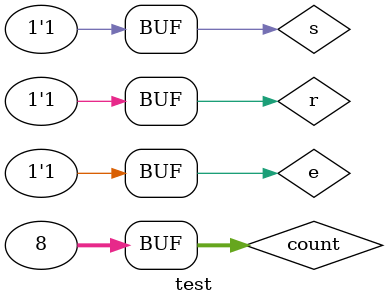
<source format=v>
module andgate(output c,input a,b);
wire k;
nand nand1(k,a,b);
nand nand2(c,k,k);
endmodule

module srlatch(output q, qnot, input e, s, r);
    wire   s1;
    wire   r1;
   
   andgate a1(s1, e, s);
   andgate b1(r1, e, r);  
   nor n1(qnot, s1, q);
   nor n2(q, r1, qnot);
   endmodule

   module test;
reg e,s,r;
wire q,qnot;
srlatch l(q,qnot,e,s,r);
integer count;
initial begin
for(count=0;count<8;count=count+1)
begin
{e,s,r}=count;
#20;
end
end
endmodule
</source>
